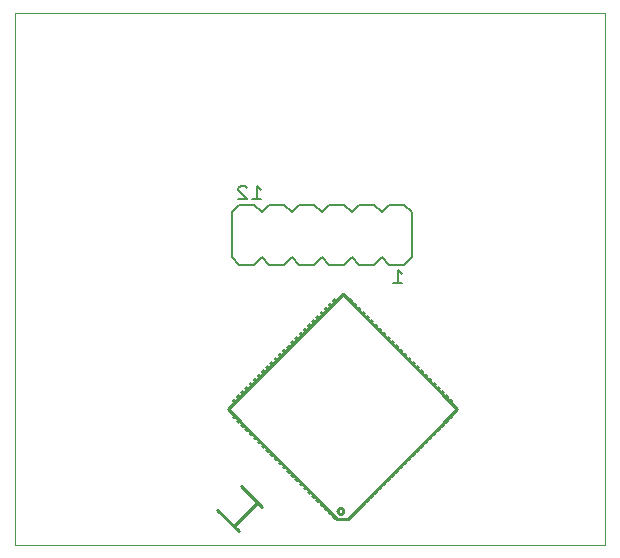
<source format=gbo>
G75*
%MOIN*%
%OFA0B0*%
%FSLAX25Y25*%
%IPPOS*%
%LPD*%
%AMOC8*
5,1,8,0,0,1.08239X$1,22.5*
%
%ADD10C,0.00000*%
%ADD11C,0.01000*%
%ADD12R,0.01000X0.01200*%
%ADD13R,0.01200X0.01000*%
%ADD14C,0.00600*%
%ADD15C,0.00500*%
D10*
X0008340Y0016382D02*
X0008340Y0193548D01*
X0205190Y0193548D01*
X0205190Y0016382D01*
X0008340Y0016382D01*
D11*
X0075806Y0028007D02*
X0082946Y0020866D01*
X0081390Y0022562D02*
X0089168Y0030340D01*
X0090864Y0028784D02*
X0083723Y0035924D01*
X0079269Y0061658D02*
X0115896Y0025030D01*
X0119287Y0025030D01*
X0155915Y0061658D01*
X0117592Y0099981D01*
X0079269Y0061658D01*
X0115912Y0027555D02*
X0115914Y0027617D01*
X0115920Y0027680D01*
X0115930Y0027741D01*
X0115944Y0027802D01*
X0115961Y0027862D01*
X0115982Y0027921D01*
X0116008Y0027978D01*
X0116036Y0028033D01*
X0116068Y0028087D01*
X0116104Y0028138D01*
X0116142Y0028188D01*
X0116184Y0028234D01*
X0116228Y0028278D01*
X0116276Y0028319D01*
X0116325Y0028357D01*
X0116377Y0028391D01*
X0116431Y0028422D01*
X0116487Y0028450D01*
X0116545Y0028474D01*
X0116604Y0028495D01*
X0116664Y0028511D01*
X0116725Y0028524D01*
X0116787Y0028533D01*
X0116849Y0028538D01*
X0116912Y0028539D01*
X0116974Y0028536D01*
X0117036Y0028529D01*
X0117098Y0028518D01*
X0117158Y0028503D01*
X0117218Y0028485D01*
X0117276Y0028463D01*
X0117333Y0028437D01*
X0117388Y0028407D01*
X0117441Y0028374D01*
X0117492Y0028338D01*
X0117540Y0028299D01*
X0117586Y0028256D01*
X0117629Y0028211D01*
X0117669Y0028163D01*
X0117706Y0028113D01*
X0117740Y0028060D01*
X0117771Y0028006D01*
X0117797Y0027950D01*
X0117821Y0027892D01*
X0117840Y0027832D01*
X0117856Y0027772D01*
X0117868Y0027710D01*
X0117876Y0027649D01*
X0117880Y0027586D01*
X0117880Y0027524D01*
X0117876Y0027461D01*
X0117868Y0027400D01*
X0117856Y0027338D01*
X0117840Y0027278D01*
X0117821Y0027218D01*
X0117797Y0027160D01*
X0117771Y0027104D01*
X0117740Y0027050D01*
X0117706Y0026997D01*
X0117669Y0026947D01*
X0117629Y0026899D01*
X0117586Y0026854D01*
X0117540Y0026811D01*
X0117492Y0026772D01*
X0117441Y0026736D01*
X0117388Y0026703D01*
X0117333Y0026673D01*
X0117276Y0026647D01*
X0117218Y0026625D01*
X0117158Y0026607D01*
X0117098Y0026592D01*
X0117036Y0026581D01*
X0116974Y0026574D01*
X0116912Y0026571D01*
X0116849Y0026572D01*
X0116787Y0026577D01*
X0116725Y0026586D01*
X0116664Y0026599D01*
X0116604Y0026615D01*
X0116545Y0026636D01*
X0116487Y0026660D01*
X0116431Y0026688D01*
X0116377Y0026719D01*
X0116325Y0026753D01*
X0116276Y0026791D01*
X0116228Y0026832D01*
X0116184Y0026876D01*
X0116142Y0026922D01*
X0116104Y0026972D01*
X0116068Y0027023D01*
X0116036Y0027077D01*
X0116008Y0027132D01*
X0115982Y0027189D01*
X0115961Y0027248D01*
X0115944Y0027308D01*
X0115930Y0027369D01*
X0115920Y0027430D01*
X0115914Y0027493D01*
X0115912Y0027555D01*
D12*
G36*
X0115618Y0025431D02*
X0114911Y0024724D01*
X0114064Y0025571D01*
X0114771Y0026278D01*
X0115618Y0025431D01*
G37*
G36*
X0114226Y0026823D02*
X0113519Y0026116D01*
X0112672Y0026963D01*
X0113379Y0027670D01*
X0114226Y0026823D01*
G37*
G36*
X0112834Y0028215D02*
X0112127Y0027508D01*
X0111280Y0028355D01*
X0111987Y0029062D01*
X0112834Y0028215D01*
G37*
G36*
X0111443Y0029607D02*
X0110736Y0028900D01*
X0109889Y0029747D01*
X0110596Y0030454D01*
X0111443Y0029607D01*
G37*
G36*
X0110051Y0030999D02*
X0109344Y0030292D01*
X0108497Y0031139D01*
X0109204Y0031846D01*
X0110051Y0030999D01*
G37*
G36*
X0108659Y0032391D02*
X0107952Y0031684D01*
X0107105Y0032531D01*
X0107812Y0033238D01*
X0108659Y0032391D01*
G37*
G36*
X0107267Y0033783D02*
X0106560Y0033076D01*
X0105713Y0033923D01*
X0106420Y0034630D01*
X0107267Y0033783D01*
G37*
G36*
X0105875Y0035175D02*
X0105168Y0034468D01*
X0104321Y0035315D01*
X0105028Y0036022D01*
X0105875Y0035175D01*
G37*
G36*
X0104483Y0036566D02*
X0103776Y0035859D01*
X0102929Y0036706D01*
X0103636Y0037413D01*
X0104483Y0036566D01*
G37*
G36*
X0103091Y0037958D02*
X0102384Y0037251D01*
X0101537Y0038098D01*
X0102244Y0038805D01*
X0103091Y0037958D01*
G37*
G36*
X0101699Y0039350D02*
X0100992Y0038643D01*
X0100145Y0039490D01*
X0100852Y0040197D01*
X0101699Y0039350D01*
G37*
G36*
X0100307Y0040742D02*
X0099600Y0040035D01*
X0098753Y0040882D01*
X0099460Y0041589D01*
X0100307Y0040742D01*
G37*
G36*
X0098915Y0042134D02*
X0098208Y0041427D01*
X0097361Y0042274D01*
X0098068Y0042981D01*
X0098915Y0042134D01*
G37*
G36*
X0097523Y0043526D02*
X0096816Y0042819D01*
X0095969Y0043666D01*
X0096676Y0044373D01*
X0097523Y0043526D01*
G37*
G36*
X0096131Y0044918D02*
X0095424Y0044211D01*
X0094577Y0045058D01*
X0095284Y0045765D01*
X0096131Y0044918D01*
G37*
G36*
X0094739Y0046310D02*
X0094032Y0045603D01*
X0093185Y0046450D01*
X0093892Y0047157D01*
X0094739Y0046310D01*
G37*
G36*
X0093347Y0047702D02*
X0092640Y0046995D01*
X0091793Y0047842D01*
X0092500Y0048549D01*
X0093347Y0047702D01*
G37*
G36*
X0091955Y0049094D02*
X0091248Y0048387D01*
X0090401Y0049234D01*
X0091108Y0049941D01*
X0091955Y0049094D01*
G37*
G36*
X0090563Y0050486D02*
X0089856Y0049779D01*
X0089009Y0050626D01*
X0089716Y0051333D01*
X0090563Y0050486D01*
G37*
G36*
X0089171Y0051878D02*
X0088464Y0051171D01*
X0087617Y0052018D01*
X0088324Y0052725D01*
X0089171Y0051878D01*
G37*
G36*
X0087780Y0053270D02*
X0087073Y0052563D01*
X0086226Y0053410D01*
X0086933Y0054117D01*
X0087780Y0053270D01*
G37*
G36*
X0086388Y0054662D02*
X0085681Y0053955D01*
X0084834Y0054802D01*
X0085541Y0055509D01*
X0086388Y0054662D01*
G37*
G36*
X0084996Y0056054D02*
X0084289Y0055347D01*
X0083442Y0056194D01*
X0084149Y0056901D01*
X0084996Y0056054D01*
G37*
G36*
X0083604Y0057446D02*
X0082897Y0056739D01*
X0082050Y0057586D01*
X0082757Y0058293D01*
X0083604Y0057446D01*
G37*
G36*
X0082212Y0058838D02*
X0081505Y0058131D01*
X0080658Y0058978D01*
X0081365Y0059685D01*
X0082212Y0058838D01*
G37*
G36*
X0122511Y0096353D02*
X0121804Y0095646D01*
X0120957Y0096493D01*
X0121664Y0097200D01*
X0122511Y0096353D01*
G37*
G36*
X0123903Y0094961D02*
X0123196Y0094254D01*
X0122349Y0095101D01*
X0123056Y0095808D01*
X0123903Y0094961D01*
G37*
G36*
X0125295Y0093569D02*
X0124588Y0092862D01*
X0123741Y0093709D01*
X0124448Y0094416D01*
X0125295Y0093569D01*
G37*
G36*
X0126687Y0092177D02*
X0125980Y0091470D01*
X0125133Y0092317D01*
X0125840Y0093024D01*
X0126687Y0092177D01*
G37*
G36*
X0128079Y0090785D02*
X0127372Y0090078D01*
X0126525Y0090925D01*
X0127232Y0091632D01*
X0128079Y0090785D01*
G37*
G36*
X0129471Y0089393D02*
X0128764Y0088686D01*
X0127917Y0089533D01*
X0128624Y0090240D01*
X0129471Y0089393D01*
G37*
G36*
X0130863Y0088002D02*
X0130156Y0087295D01*
X0129309Y0088142D01*
X0130016Y0088849D01*
X0130863Y0088002D01*
G37*
G36*
X0132255Y0086610D02*
X0131548Y0085903D01*
X0130701Y0086750D01*
X0131408Y0087457D01*
X0132255Y0086610D01*
G37*
G36*
X0133647Y0085218D02*
X0132940Y0084511D01*
X0132093Y0085358D01*
X0132800Y0086065D01*
X0133647Y0085218D01*
G37*
G36*
X0135039Y0083826D02*
X0134332Y0083119D01*
X0133485Y0083966D01*
X0134192Y0084673D01*
X0135039Y0083826D01*
G37*
G36*
X0136431Y0082434D02*
X0135724Y0081727D01*
X0134877Y0082574D01*
X0135584Y0083281D01*
X0136431Y0082434D01*
G37*
G36*
X0137823Y0081042D02*
X0137116Y0080335D01*
X0136269Y0081182D01*
X0136976Y0081889D01*
X0137823Y0081042D01*
G37*
G36*
X0139215Y0079650D02*
X0138508Y0078943D01*
X0137661Y0079790D01*
X0138368Y0080497D01*
X0139215Y0079650D01*
G37*
G36*
X0140607Y0078258D02*
X0139900Y0077551D01*
X0139053Y0078398D01*
X0139760Y0079105D01*
X0140607Y0078258D01*
G37*
G36*
X0141998Y0076866D02*
X0141291Y0076159D01*
X0140444Y0077006D01*
X0141151Y0077713D01*
X0141998Y0076866D01*
G37*
G36*
X0143390Y0075474D02*
X0142683Y0074767D01*
X0141836Y0075614D01*
X0142543Y0076321D01*
X0143390Y0075474D01*
G37*
G36*
X0144782Y0074082D02*
X0144075Y0073375D01*
X0143228Y0074222D01*
X0143935Y0074929D01*
X0144782Y0074082D01*
G37*
G36*
X0146174Y0072690D02*
X0145467Y0071983D01*
X0144620Y0072830D01*
X0145327Y0073537D01*
X0146174Y0072690D01*
G37*
G36*
X0147566Y0071298D02*
X0146859Y0070591D01*
X0146012Y0071438D01*
X0146719Y0072145D01*
X0147566Y0071298D01*
G37*
G36*
X0148958Y0069906D02*
X0148251Y0069199D01*
X0147404Y0070046D01*
X0148111Y0070753D01*
X0148958Y0069906D01*
G37*
G36*
X0150350Y0068514D02*
X0149643Y0067807D01*
X0148796Y0068654D01*
X0149503Y0069361D01*
X0150350Y0068514D01*
G37*
G36*
X0151742Y0067122D02*
X0151035Y0066415D01*
X0150188Y0067262D01*
X0150895Y0067969D01*
X0151742Y0067122D01*
G37*
G36*
X0153134Y0065730D02*
X0152427Y0065023D01*
X0151580Y0065870D01*
X0152287Y0066577D01*
X0153134Y0065730D01*
G37*
G36*
X0154526Y0064339D02*
X0153819Y0063632D01*
X0152972Y0064479D01*
X0153679Y0065186D01*
X0154526Y0064339D01*
G37*
G36*
X0121119Y0097745D02*
X0120412Y0097038D01*
X0119565Y0097885D01*
X0120272Y0098592D01*
X0121119Y0097745D01*
G37*
D13*
G36*
X0115618Y0097885D02*
X0114771Y0097038D01*
X0114064Y0097745D01*
X0114911Y0098592D01*
X0115618Y0097885D01*
G37*
G36*
X0114226Y0096493D02*
X0113379Y0095646D01*
X0112672Y0096353D01*
X0113519Y0097200D01*
X0114226Y0096493D01*
G37*
G36*
X0112834Y0095101D02*
X0111987Y0094254D01*
X0111280Y0094961D01*
X0112127Y0095808D01*
X0112834Y0095101D01*
G37*
G36*
X0111443Y0093709D02*
X0110596Y0092862D01*
X0109889Y0093569D01*
X0110736Y0094416D01*
X0111443Y0093709D01*
G37*
G36*
X0110051Y0092317D02*
X0109204Y0091470D01*
X0108497Y0092177D01*
X0109344Y0093024D01*
X0110051Y0092317D01*
G37*
G36*
X0108659Y0090925D02*
X0107812Y0090078D01*
X0107105Y0090785D01*
X0107952Y0091632D01*
X0108659Y0090925D01*
G37*
G36*
X0107267Y0089533D02*
X0106420Y0088686D01*
X0105713Y0089393D01*
X0106560Y0090240D01*
X0107267Y0089533D01*
G37*
G36*
X0105875Y0088142D02*
X0105028Y0087295D01*
X0104321Y0088002D01*
X0105168Y0088849D01*
X0105875Y0088142D01*
G37*
G36*
X0104483Y0086750D02*
X0103636Y0085903D01*
X0102929Y0086610D01*
X0103776Y0087457D01*
X0104483Y0086750D01*
G37*
G36*
X0103091Y0085358D02*
X0102244Y0084511D01*
X0101537Y0085218D01*
X0102384Y0086065D01*
X0103091Y0085358D01*
G37*
G36*
X0101699Y0083966D02*
X0100852Y0083119D01*
X0100145Y0083826D01*
X0100992Y0084673D01*
X0101699Y0083966D01*
G37*
G36*
X0100307Y0082574D02*
X0099460Y0081727D01*
X0098753Y0082434D01*
X0099600Y0083281D01*
X0100307Y0082574D01*
G37*
G36*
X0098915Y0081182D02*
X0098068Y0080335D01*
X0097361Y0081042D01*
X0098208Y0081889D01*
X0098915Y0081182D01*
G37*
G36*
X0097523Y0079790D02*
X0096676Y0078943D01*
X0095969Y0079650D01*
X0096816Y0080497D01*
X0097523Y0079790D01*
G37*
G36*
X0096131Y0078398D02*
X0095284Y0077551D01*
X0094577Y0078258D01*
X0095424Y0079105D01*
X0096131Y0078398D01*
G37*
G36*
X0094739Y0077006D02*
X0093892Y0076159D01*
X0093185Y0076866D01*
X0094032Y0077713D01*
X0094739Y0077006D01*
G37*
G36*
X0093347Y0075614D02*
X0092500Y0074767D01*
X0091793Y0075474D01*
X0092640Y0076321D01*
X0093347Y0075614D01*
G37*
G36*
X0091955Y0074222D02*
X0091108Y0073375D01*
X0090401Y0074082D01*
X0091248Y0074929D01*
X0091955Y0074222D01*
G37*
G36*
X0090563Y0072830D02*
X0089716Y0071983D01*
X0089009Y0072690D01*
X0089856Y0073537D01*
X0090563Y0072830D01*
G37*
G36*
X0089171Y0071438D02*
X0088324Y0070591D01*
X0087617Y0071298D01*
X0088464Y0072145D01*
X0089171Y0071438D01*
G37*
G36*
X0087780Y0070046D02*
X0086933Y0069199D01*
X0086226Y0069906D01*
X0087073Y0070753D01*
X0087780Y0070046D01*
G37*
G36*
X0086388Y0068654D02*
X0085541Y0067807D01*
X0084834Y0068514D01*
X0085681Y0069361D01*
X0086388Y0068654D01*
G37*
G36*
X0084996Y0067262D02*
X0084149Y0066415D01*
X0083442Y0067122D01*
X0084289Y0067969D01*
X0084996Y0067262D01*
G37*
G36*
X0083604Y0065870D02*
X0082757Y0065023D01*
X0082050Y0065730D01*
X0082897Y0066577D01*
X0083604Y0065870D01*
G37*
G36*
X0082212Y0064479D02*
X0081365Y0063632D01*
X0080658Y0064339D01*
X0081505Y0065186D01*
X0082212Y0064479D01*
G37*
G36*
X0122511Y0026963D02*
X0121664Y0026116D01*
X0120957Y0026823D01*
X0121804Y0027670D01*
X0122511Y0026963D01*
G37*
G36*
X0123903Y0028355D02*
X0123056Y0027508D01*
X0122349Y0028215D01*
X0123196Y0029062D01*
X0123903Y0028355D01*
G37*
G36*
X0125295Y0029747D02*
X0124448Y0028900D01*
X0123741Y0029607D01*
X0124588Y0030454D01*
X0125295Y0029747D01*
G37*
G36*
X0126687Y0031139D02*
X0125840Y0030292D01*
X0125133Y0030999D01*
X0125980Y0031846D01*
X0126687Y0031139D01*
G37*
G36*
X0128079Y0032531D02*
X0127232Y0031684D01*
X0126525Y0032391D01*
X0127372Y0033238D01*
X0128079Y0032531D01*
G37*
G36*
X0129471Y0033923D02*
X0128624Y0033076D01*
X0127917Y0033783D01*
X0128764Y0034630D01*
X0129471Y0033923D01*
G37*
G36*
X0130863Y0035315D02*
X0130016Y0034468D01*
X0129309Y0035175D01*
X0130156Y0036022D01*
X0130863Y0035315D01*
G37*
G36*
X0132255Y0036706D02*
X0131408Y0035859D01*
X0130701Y0036566D01*
X0131548Y0037413D01*
X0132255Y0036706D01*
G37*
G36*
X0133647Y0038098D02*
X0132800Y0037251D01*
X0132093Y0037958D01*
X0132940Y0038805D01*
X0133647Y0038098D01*
G37*
G36*
X0135039Y0039490D02*
X0134192Y0038643D01*
X0133485Y0039350D01*
X0134332Y0040197D01*
X0135039Y0039490D01*
G37*
G36*
X0136431Y0040882D02*
X0135584Y0040035D01*
X0134877Y0040742D01*
X0135724Y0041589D01*
X0136431Y0040882D01*
G37*
G36*
X0137823Y0042274D02*
X0136976Y0041427D01*
X0136269Y0042134D01*
X0137116Y0042981D01*
X0137823Y0042274D01*
G37*
G36*
X0139215Y0043666D02*
X0138368Y0042819D01*
X0137661Y0043526D01*
X0138508Y0044373D01*
X0139215Y0043666D01*
G37*
G36*
X0140607Y0045058D02*
X0139760Y0044211D01*
X0139053Y0044918D01*
X0139900Y0045765D01*
X0140607Y0045058D01*
G37*
G36*
X0141998Y0046450D02*
X0141151Y0045603D01*
X0140444Y0046310D01*
X0141291Y0047157D01*
X0141998Y0046450D01*
G37*
G36*
X0143390Y0047842D02*
X0142543Y0046995D01*
X0141836Y0047702D01*
X0142683Y0048549D01*
X0143390Y0047842D01*
G37*
G36*
X0144782Y0049234D02*
X0143935Y0048387D01*
X0143228Y0049094D01*
X0144075Y0049941D01*
X0144782Y0049234D01*
G37*
G36*
X0146174Y0050626D02*
X0145327Y0049779D01*
X0144620Y0050486D01*
X0145467Y0051333D01*
X0146174Y0050626D01*
G37*
G36*
X0147566Y0052018D02*
X0146719Y0051171D01*
X0146012Y0051878D01*
X0146859Y0052725D01*
X0147566Y0052018D01*
G37*
G36*
X0148958Y0053410D02*
X0148111Y0052563D01*
X0147404Y0053270D01*
X0148251Y0054117D01*
X0148958Y0053410D01*
G37*
G36*
X0150350Y0054802D02*
X0149503Y0053955D01*
X0148796Y0054662D01*
X0149643Y0055509D01*
X0150350Y0054802D01*
G37*
G36*
X0151742Y0056194D02*
X0150895Y0055347D01*
X0150188Y0056054D01*
X0151035Y0056901D01*
X0151742Y0056194D01*
G37*
G36*
X0153134Y0057586D02*
X0152287Y0056739D01*
X0151580Y0057446D01*
X0152427Y0058293D01*
X0153134Y0057586D01*
G37*
G36*
X0154526Y0058978D02*
X0153679Y0058131D01*
X0152972Y0058838D01*
X0153819Y0059685D01*
X0154526Y0058978D01*
G37*
G36*
X0121119Y0025571D02*
X0120272Y0024724D01*
X0119565Y0025431D01*
X0120412Y0026278D01*
X0121119Y0025571D01*
G37*
D14*
X0123202Y0109729D02*
X0128202Y0109729D01*
X0130702Y0112229D01*
X0133202Y0109729D01*
X0138202Y0109729D01*
X0140702Y0112229D01*
X0140702Y0127229D01*
X0138202Y0129729D01*
X0133202Y0129729D01*
X0130702Y0127229D01*
X0128202Y0129729D01*
X0123202Y0129729D01*
X0120702Y0127229D01*
X0118202Y0129729D01*
X0113202Y0129729D01*
X0110702Y0127229D01*
X0108202Y0129729D01*
X0103202Y0129729D01*
X0100702Y0127229D01*
X0098202Y0129729D01*
X0093202Y0129729D01*
X0090702Y0127229D01*
X0088202Y0129729D01*
X0083202Y0129729D01*
X0080702Y0127229D01*
X0080702Y0112229D01*
X0083202Y0109729D01*
X0088202Y0109729D01*
X0090702Y0112229D01*
X0093202Y0109729D01*
X0098202Y0109729D01*
X0100702Y0112229D01*
X0103202Y0109729D01*
X0108202Y0109729D01*
X0110702Y0112229D01*
X0113202Y0109729D01*
X0118202Y0109729D01*
X0120702Y0112229D01*
X0123202Y0109729D01*
D15*
X0134450Y0103479D02*
X0137452Y0103479D01*
X0135951Y0103479D02*
X0135951Y0107983D01*
X0137452Y0106481D01*
X0090452Y0131479D02*
X0087450Y0131479D01*
X0088951Y0131479D02*
X0088951Y0135983D01*
X0090452Y0134481D01*
X0085848Y0135232D02*
X0085098Y0135983D01*
X0083596Y0135983D01*
X0082846Y0135232D01*
X0082846Y0134481D01*
X0085848Y0131479D01*
X0082846Y0131479D01*
M02*

</source>
